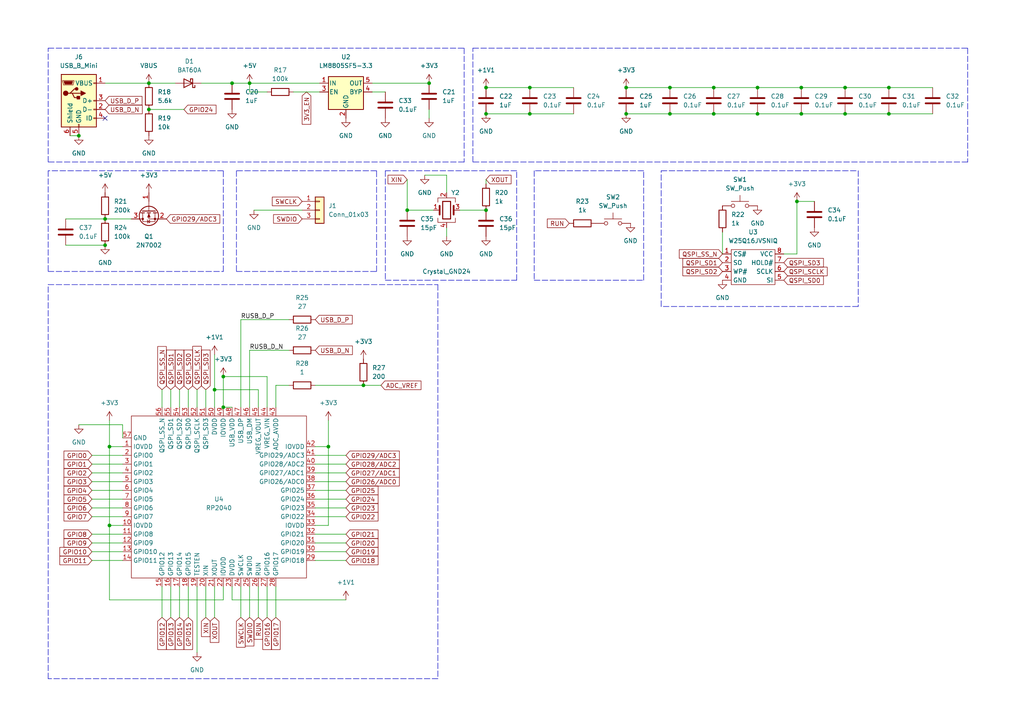
<source format=kicad_sch>
(kicad_sch (version 20211123) (generator eeschema)
  (paper "A4")
  (lib_symbols
    (symbol "01-rickbassham:GD25Q16ETIGR"
      (property "Reference" "U" (at 0 0 0))
      (property "Value" "GD25Q16ETIGR" (at 0 0 0))
      (symbol "GD25Q16ETIGR_0_1"
        (rectangle (start -6.35 -5.08) (end 6.35 -15.24))
      )
      (symbol "GD25Q16ETIGR_1_1"
        (pin output line (at -8.89 -6.35 0) (length 2.54) (name "CS#") (number "1"))
        (pin output line (at -8.89 -8.89 0) (length 2.54) (name "SO") (number "2"))
        (pin output line (at -8.89 -11.43 0) (length 2.54) (name "WP#") (number "3"))
        (pin output line (at -8.89 -13.97 0) (length 2.54) (name "GND") (number "4"))
        (pin output line (at 8.89 -13.97 180) (length 2.54) (name "SI") (number "5"))
        (pin output line (at 8.89 -11.43 180) (length 2.54) (name "SCLK") (number "6"))
        (pin output line (at 8.89 -8.89 180) (length 2.54) (name "HOLD#") (number "7"))
        (pin output line (at 8.89 -6.35 180) (length 2.54) (name "VCC") (number "8"))
      )
    )
    (symbol "01-rickbassham:LM8805SF5-3.3" (pin_names (offset 0.254))
      (property "Reference" "U?" (at 0 10.16 0))
      (property "Value" "LM8805SF5-3.3" (at 0 7.62 0))
      (symbol "LM8805SF5-3.3_0_1"
        (rectangle (start -5.08 4.445) (end 5.08 -5.08) (stroke (width 0.254)) (fill (type background)))
      )
      (symbol "LM8805SF5-3.3_1_1"
        (pin power_in line (at -7.62 2.54 0) (length 2.54) (name "IN") (number "1"))
        (pin power_in line (at 0 -7.62 90) (length 2.54) (name "GND") (number "2"))
        (pin input line (at -7.62 0 0) (length 2.54) (name "EN") (number "3"))
        (pin output line (at 7.62 0 180) (length 2.54) (name "BYP") (number "4"))
        (pin power_out line (at 7.62 2.54 180) (length 2.54) (name "OUT") (number "5"))
      )
    )
    (symbol "01-rickbassham:RP2040"
      (property "Reference" "U" (at 0 1.27 0))
      (property "Value" "RP2040" (at 0 -1.27 0))
      (symbol "RP2040_0_1"
        (rectangle (start -25.4 25.4) (end 25.4 -21.59))
      )
      (symbol "RP2040_1_1"
        (pin output line (at -27.94 16.51 0) (length 2.54) (name "IOVDD") (number "1"))
        (pin output line (at -27.94 -6.35 0) (length 2.54) (name "IOVDD") (number "10"))
        (pin output line (at -27.94 -8.89 0) (length 2.54) (name "GPIO8") (number "11"))
        (pin output line (at -27.94 -11.43 0) (length 2.54) (name "GPIO9") (number "12"))
        (pin output line (at -27.94 -13.97 0) (length 2.54) (name "GPIO10") (number "13"))
        (pin output line (at -27.94 -16.51 0) (length 2.54) (name "GPIO11") (number "14"))
        (pin output line (at -16.51 -24.13 90) (length 2.54) (name "GPIO12") (number "15"))
        (pin output line (at -13.97 -24.13 90) (length 2.54) (name "GPIO13") (number "16"))
        (pin output line (at -11.43 -24.13 90) (length 2.54) (name "GPIO14") (number "17"))
        (pin output line (at -8.89 -24.13 90) (length 2.54) (name "GPIO15") (number "18"))
        (pin output line (at -6.35 -24.13 90) (length 2.54) (name "TESTEN") (number "19"))
        (pin output line (at -27.94 13.97 0) (length 2.54) (name "GPIO0") (number "2"))
        (pin output line (at -3.81 -24.13 90) (length 2.54) (name "XIN") (number "20"))
        (pin output line (at -1.27 -24.13 90) (length 2.54) (name "XOUT") (number "21"))
        (pin output line (at 1.27 -24.13 90) (length 2.54) (name "IOVDD") (number "22"))
        (pin output line (at 3.81 -24.13 90) (length 2.54) (name "DVDD") (number "23"))
        (pin output line (at 6.35 -24.13 90) (length 2.54) (name "SWCLK") (number "24"))
        (pin output line (at 8.89 -24.13 90) (length 2.54) (name "SWDIO") (number "25"))
        (pin output line (at 11.43 -24.13 90) (length 2.54) (name "RUN") (number "26"))
        (pin output line (at 13.97 -24.13 90) (length 2.54) (name "GPIO16") (number "27"))
        (pin output line (at 16.51 -24.13 90) (length 2.54) (name "GPIO17") (number "28"))
        (pin output line (at 27.94 -16.51 180) (length 2.54) (name "GPIO18") (number "29"))
        (pin output line (at -27.94 11.43 0) (length 2.54) (name "GPIO1") (number "3"))
        (pin output line (at 27.94 -13.97 180) (length 2.54) (name "GPIO19") (number "30"))
        (pin output line (at 27.94 -11.43 180) (length 2.54) (name "GPIO20") (number "31"))
        (pin output line (at 27.94 -8.89 180) (length 2.54) (name "GPIO21") (number "32"))
        (pin output line (at 27.94 -6.35 180) (length 2.54) (name "IOVDD") (number "33"))
        (pin output line (at 27.94 -3.81 180) (length 2.54) (name "GPIO22") (number "34"))
        (pin output line (at 27.94 -1.27 180) (length 2.54) (name "GPIO23") (number "35"))
        (pin output line (at 27.94 1.27 180) (length 2.54) (name "GPIO24") (number "36"))
        (pin output line (at 27.94 3.81 180) (length 2.54) (name "GPIO25") (number "37"))
        (pin output line (at 27.94 6.35 180) (length 2.54) (name "GPIO26/ADC0") (number "38"))
        (pin output line (at 27.94 8.89 180) (length 2.54) (name "GPIO27/ADC1") (number "39"))
        (pin output line (at -27.94 8.89 0) (length 2.54) (name "GPIO2") (number "4"))
        (pin output line (at 27.94 11.43 180) (length 2.54) (name "GPIO28/ADC2") (number "40"))
        (pin output line (at 27.94 13.97 180) (length 2.54) (name "GPIO29/ADC3") (number "41"))
        (pin output line (at 27.94 16.51 180) (length 2.54) (name "IOVDD") (number "42"))
        (pin output line (at 16.51 27.94 270) (length 2.54) (name "ADC_AVDD") (number "43"))
        (pin output line (at 13.97 27.94 270) (length 2.54) (name "VREG_VIN") (number "44"))
        (pin output line (at 11.43 27.94 270) (length 2.54) (name "VREG_VOUT") (number "45"))
        (pin output line (at 8.89 27.94 270) (length 2.54) (name "USB_DM") (number "46"))
        (pin output line (at 6.35 27.94 270) (length 2.54) (name "USB_DP") (number "47"))
        (pin output line (at 3.81 27.94 270) (length 2.54) (name "USB_VDD") (number "48"))
        (pin output line (at 1.27 27.94 270) (length 2.54) (name "IOVDD") (number "49"))
        (pin output line (at -27.94 6.35 0) (length 2.54) (name "GPIO3") (number "5"))
        (pin output line (at -1.27 27.94 270) (length 2.54) (name "DVDD") (number "50"))
        (pin output line (at -3.81 27.94 270) (length 2.54) (name "QSPI_SD3") (number "51"))
        (pin output line (at -6.35 27.94 270) (length 2.54) (name "QSPI_SCLK") (number "52"))
        (pin output line (at -8.89 27.94 270) (length 2.54) (name "QSPI_SD0") (number "53"))
        (pin output line (at -11.43 27.94 270) (length 2.54) (name "QSPI_SD2") (number "54"))
        (pin output line (at -13.97 27.94 270) (length 2.54) (name "QSPI_SD1") (number "55"))
        (pin output line (at -16.51 27.94 270) (length 2.54) (name "QSPI_SS_N") (number "56"))
        (pin output line (at -27.94 19.05 0) (length 2.54) (name "GND") (number "57"))
        (pin output line (at -27.94 3.81 0) (length 2.54) (name "GPIO4") (number "6"))
        (pin output line (at -27.94 1.27 0) (length 2.54) (name "GPIO5") (number "7"))
        (pin output line (at -27.94 -1.27 0) (length 2.54) (name "GPIO6") (number "8"))
        (pin output line (at -27.94 -3.81 0) (length 2.54) (name "GPIO7") (number "9"))
      )
    )
    (symbol "Connector:USB_B_Mini" (pin_names (offset 1.016))
      (property "Reference" "J" (at -5.08 11.43 0))
      (property "Value" "USB_B_Mini" (at -5.08 8.89 0))
      (symbol "USB_B_Mini_0_1"
        (rectangle (start -5.08 -7.62) (end 5.08 7.62) (stroke (width 0.254)) (fill (type background)))
        (circle (center -3.81 2.159) (radius 0.635) (stroke (width 0.254)) (fill (type outline)))
        (circle (center -0.635 3.429) (radius 0.381) (stroke (width 0.254)) (fill (type outline)))
        (rectangle (start -0.127 -7.62) (end 0.127 -6.858))
        (polyline (pts (xy -1.905 2.159) (xy 0.635 2.159)) (stroke (width 0.254)))
        (polyline (pts (xy -3.175 2.159) (xy -2.54 2.159) (xy -1.27 3.429) (xy -0.635 3.429)) (stroke (width 0.254)))
        (polyline (pts (xy -2.54 2.159) (xy -1.905 2.159) (xy -1.27 0.889) (xy 0 0.889)) (stroke (width 0.254)))
        (polyline (pts (xy 0.635 2.794) (xy 0.635 1.524) (xy 1.905 2.159) (xy 0.635 2.794)) (stroke (width 0.254)) (fill (type outline)))
        (polyline (pts (xy -4.318 5.588) (xy -1.778 5.588) (xy -2.032 4.826) (xy -4.064 4.826) (xy -4.318 5.588)) (fill (type outline)))
        (polyline (pts (xy -4.699 5.842) (xy -4.699 5.588) (xy -4.445 4.826) (xy -4.445 4.572) (xy -1.651 4.572) (xy -1.651 4.826) (xy -1.397 5.588) (xy -1.397 5.842) (xy -4.699 5.842)))
        (rectangle (start 0.254 1.27) (end -0.508 0.508) (stroke (width 0.254)) (fill (type outline)))
        (rectangle (start 5.08 -5.207) (end 4.318 -4.953))
        (rectangle (start 5.08 -2.667) (end 4.318 -2.413))
        (rectangle (start 5.08 -0.127) (end 4.318 0.127))
        (rectangle (start 5.08 4.953) (end 4.318 5.207))
      )
      (symbol "USB_B_Mini_1_1"
        (pin power_out line (at 7.62 5.08 180) (length 2.54) (name "VBUS") (number "1"))
        (pin bidirectional line (at 7.62 -2.54 180) (length 2.54) (name "D-") (number "2"))
        (pin bidirectional line (at 7.62 0 180) (length 2.54) (name "D+") (number "3"))
        (pin passive line (at 7.62 -5.08 180) (length 2.54) (name "ID") (number "4"))
        (pin power_out line (at 0 -10.16 90) (length 2.54) (name "GND") (number "5"))
        (pin passive line (at -2.54 -10.16 90) (length 2.54) (name "Shield") (number "6"))
      )
    )
    (symbol "Connector_Generic:Conn_01x03" (pin_names (offset 1.016) hide)
      (property "Reference" "J" (at 0 5.08 0))
      (property "Value" "Conn_01x03" (at 0 -5.08 0))
      (symbol "Conn_01x03_1_1"
        (rectangle (start -1.27 -2.413) (end 0 -2.667) (stroke (width 0.1524)))
        (rectangle (start -1.27 0.127) (end 0 -0.127) (stroke (width 0.1524)))
        (rectangle (start -1.27 2.667) (end 0 2.413) (stroke (width 0.1524)))
        (rectangle (start -1.27 3.81) (end 1.27 -3.81) (stroke (width 0.254)) (fill (type background)))
        (pin passive line (at -5.08 2.54 0) (length 3.81) (name "Pin_1") (number "1"))
        (pin passive line (at -5.08 0 0) (length 3.81) (name "Pin_2") (number "2"))
        (pin passive line (at -5.08 -2.54 0) (length 3.81) (name "Pin_3") (number "3"))
      )
    )
    (symbol "Device:C" (pin_numbers hide) (pin_names (offset 0.254))
      (property "Reference" "C" (at 0.635 2.54 0))
      (property "Value" "C" (at 0.635 -2.54 0))
      (symbol "C_0_1"
        (polyline (pts (xy -2.032 -0.762) (xy 2.032 -0.762)) (stroke (width 0.508)))
        (polyline (pts (xy -2.032 0.762) (xy 2.032 0.762)) (stroke (width 0.508)))
      )
      (symbol "C_1_1"
        (pin passive line (at 0 3.81 270) (length 2.794) (name "~") (number "1"))
        (pin passive line (at 0 -3.81 90) (length 2.794) (name "~") (number "2"))
      )
    )
    (symbol "Device:Crystal_GND24" (pin_names (offset 1.016) hide)
      (property "Reference" "Y" (at 3.175 5.08 0))
      (property "Value" "Crystal_GND24" (at 3.175 3.175 0))
      (symbol "Crystal_GND24_0_1"
        (rectangle (start -1.143 2.54) (end 1.143 -2.54) (stroke (width 0.3048)))
        (polyline (pts (xy -2.54 0) (xy -2.032 0)))
        (polyline (pts (xy -2.032 -1.27) (xy -2.032 1.27)) (stroke (width 0.508)))
        (polyline (pts (xy 0 -3.81) (xy 0 -3.556)))
        (polyline (pts (xy 0 3.556) (xy 0 3.81)))
        (polyline (pts (xy 2.032 -1.27) (xy 2.032 1.27)) (stroke (width 0.508)))
        (polyline (pts (xy 2.032 0) (xy 2.54 0)))
        (polyline (pts (xy -2.54 -2.286) (xy -2.54 -3.556) (xy 2.54 -3.556) (xy 2.54 -2.286)))
        (polyline (pts (xy -2.54 2.286) (xy -2.54 3.556) (xy 2.54 3.556) (xy 2.54 2.286)))
      )
      (symbol "Crystal_GND24_1_1"
        (pin passive line (at -3.81 0 0) (length 1.27) (name "1") (number "1"))
        (pin passive line (at 0 5.08 270) (length 1.27) (name "2") (number "2"))
        (pin passive line (at 3.81 0 180) (length 1.27) (name "3") (number "3"))
        (pin passive line (at 0 -5.08 90) (length 1.27) (name "4") (number "4"))
      )
    )
    (symbol "Device:D_Schottky" (pin_numbers hide) (pin_names (offset 1.016) hide)
      (property "Reference" "D" (at 0 2.54 0))
      (property "Value" "D_Schottky" (at 0 -2.54 0))
      (symbol "D_Schottky_0_1"
        (polyline (pts (xy 1.27 0) (xy -1.27 0)))
        (polyline (pts (xy 1.27 1.27) (xy 1.27 -1.27) (xy -1.27 0) (xy 1.27 1.27)) (stroke (width 0.254)))
        (polyline (pts (xy -1.905 0.635) (xy -1.905 1.27) (xy -1.27 1.27) (xy -1.27 -1.27) (xy -0.635 -1.27) (xy -0.635 -0.635)) (stroke (width 0.254)))
      )
      (symbol "D_Schottky_1_1"
        (pin passive line (at -3.81 0 0) (length 2.54) (name "K") (number "1"))
        (pin passive line (at 3.81 0 180) (length 2.54) (name "A") (number "2"))
      )
    )
    (symbol "Device:R" (pin_numbers hide) (pin_names (offset 0))
      (property "Reference" "R" (at 2.032 0 90))
      (property "Value" "R" (at 0 0 90))
      (symbol "R_0_1"
        (rectangle (start -1.016 -2.54) (end 1.016 2.54) (stroke (width 0.254)))
      )
      (symbol "R_1_1"
        (pin passive line (at 0 3.81 270) (length 1.27) (name "~") (number "1"))
        (pin passive line (at 0 -3.81 90) (length 1.27) (name "~") (number "2"))
      )
    )
    (symbol "Switch:SW_Push" (pin_numbers hide) (pin_names (offset 1.016) hide)
      (property "Reference" "SW" (at 1.27 2.54 0))
      (property "Value" "SW_Push" (at 0 -1.524 0))
      (symbol "SW_Push_0_1"
        (circle (center -2.032 0) (radius 0.508))
        (polyline (pts (xy 0 1.27) (xy 0 3.048)))
        (polyline (pts (xy 2.54 1.27) (xy -2.54 1.27)))
        (circle (center 2.032 0) (radius 0.508))
        (pin passive line (at -5.08 0 0) (length 2.54) (name "1") (number "1"))
        (pin passive line (at 5.08 0 180) (length 2.54) (name "2") (number "2"))
      )
    )
    (symbol "Transistor_FET:2N7002" (pin_names hide)
      (property "Reference" "Q" (at 5.08 1.905 0))
      (property "Value" "2N7002" (at 5.08 0 0))
      (symbol "2N7002_0_1"
        (polyline (pts (xy 0.254 0) (xy -2.54 0)))
        (polyline (pts (xy 0.254 1.905) (xy 0.254 -1.905)) (stroke (width 0.254)))
        (polyline (pts (xy 0.762 -1.27) (xy 0.762 -2.286)) (stroke (width 0.254)))
        (polyline (pts (xy 0.762 0.508) (xy 0.762 -0.508)) (stroke (width 0.254)))
        (polyline (pts (xy 0.762 2.286) (xy 0.762 1.27)) (stroke (width 0.254)))
        (polyline (pts (xy 2.54 2.54) (xy 2.54 1.778)))
        (polyline (pts (xy 2.54 -2.54) (xy 2.54 0) (xy 0.762 0)))
        (polyline (pts (xy 0.762 -1.778) (xy 3.302 -1.778) (xy 3.302 1.778) (xy 0.762 1.778)))
        (polyline (pts (xy 1.016 0) (xy 2.032 0.381) (xy 2.032 -0.381) (xy 1.016 0)) (fill (type outline)))
        (polyline (pts (xy 2.794 0.508) (xy 2.921 0.381) (xy 3.683 0.381) (xy 3.81 0.254)))
        (polyline (pts (xy 3.302 0.381) (xy 2.921 -0.254) (xy 3.683 -0.254) (xy 3.302 0.381)))
        (circle (center 1.651 0) (radius 2.794) (stroke (width 0.254)))
        (circle (center 2.54 -1.778) (radius 0.254) (fill (type outline)))
        (circle (center 2.54 1.778) (radius 0.254) (fill (type outline)))
      )
      (symbol "2N7002_1_1"
        (pin input line (at -5.08 0 0) (length 2.54) (name "G") (number "1"))
        (pin passive line (at 2.54 -5.08 90) (length 2.54) (name "S") (number "2"))
        (pin passive line (at 2.54 5.08 270) (length 2.54) (name "D") (number "3"))
      )
    )
    (symbol "power:+1V1" (power) (pin_names (offset 0))
      (property "Value" "+1V1" (at 0 3.556 0))
      (symbol "+1V1_0_1"
        (polyline (pts (xy -0.762 1.27) (xy 0 2.54)))
        (polyline (pts (xy 0 0) (xy 0 2.54)))
        (polyline (pts (xy 0 2.54) (xy 0.762 1.27)))
      )
      (symbol "+1V1_1_1"
        (pin power_in line (at 0 0 90) (length 0) hide (name "+1V1") (number "1"))
      )
    )
    (symbol "power:+3.3V" (power) (pin_names (offset 0))
      (property "Value" "+3.3V" (at 0 3.556 0))
      (symbol "+3.3V_0_1"
        (polyline (pts (xy -0.762 1.27) (xy 0 2.54)))
        (polyline (pts (xy 0 0) (xy 0 2.54)))
        (polyline (pts (xy 0 2.54) (xy 0.762 1.27)))
      )
      (symbol "+3.3V_1_1"
        (pin power_in line (at 0 0 90) (length 0) hide (name "+3V3") (number "1"))
      )
    )
    (symbol "power:+5V" (power) (pin_names (offset 0))
      (property "Value" "+5V" (at 0 3.556 0))
      (symbol "+5V_0_1"
        (polyline (pts (xy -0.762 1.27) (xy 0 2.54)))
        (polyline (pts (xy 0 0) (xy 0 2.54)))
        (polyline (pts (xy 0 2.54) (xy 0.762 1.27)))
      )
      (symbol "+5V_1_1"
        (pin power_in line (at 0 0 90) (length 0) hide (name "+5V") (number "1"))
      )
    )
    (symbol "power:GND" (power) (pin_names (offset 0))
      (property "Value" "GND" (at 0 -3.81 0))
      (symbol "GND_0_1"
        (polyline (pts (xy 0 0) (xy 0 -1.27) (xy 1.27 -1.27) (xy 0 -2.54) (xy -1.27 -1.27) (xy 0 -1.27)))
      )
      (symbol "GND_1_1"
        (pin power_in line (at 0 0 270) (length 0) hide (name "GND") (number "1"))
      )
    )
    (symbol "power:VBUS" (power) (pin_names (offset 0))
      (property "Value" "VBUS" (at 0 3.81 0))
      (symbol "VBUS_0_1"
        (polyline (pts (xy -0.762 1.27) (xy 0 2.54)))
        (polyline (pts (xy 0 0) (xy 0 2.54)))
        (polyline (pts (xy 0 2.54) (xy 0.762 1.27)))
      )
      (symbol "VBUS_1_1"
        (pin power_in line (at 0 0 90) (length 0) hide (name "VBUS") (number "1"))
      )
    )
  )
  (junction (at 140.97 33.02))
  (junction (at 31.75 152.4))
  (junction (at 257.81 33.02))
  (junction (at 194.31 33.02))
  (junction (at 232.41 33.02))
  (junction (at 22.86 39.37))
  (junction (at 140.97 25.4))
  (junction (at 64.77 118.11))
  (junction (at 153.67 33.02))
  (junction (at 181.61 25.4))
  (junction (at 43.18 24.13))
  (junction (at 232.41 25.4))
  (junction (at 43.18 31.75))
  (junction (at 140.97 60.96))
  (junction (at 30.48 71.12))
  (junction (at 67.31 24.13))
  (junction (at 72.39 24.13))
  (junction (at 153.67 25.4))
  (junction (at 245.11 33.02))
  (junction (at 105.41 111.76))
  (junction (at 62.23 113.03))
  (junction (at 95.25 129.54))
  (junction (at 181.61 33.02))
  (junction (at 30.48 63.5))
  (junction (at 31.75 129.54))
  (junction (at 194.31 25.4))
  (junction (at 245.11 25.4))
  (junction (at 219.71 25.4))
  (junction (at 257.81 25.4))
  (junction (at 124.46 24.13))
  (junction (at 207.01 33.02))
  (junction (at 64.77 109.22))
  (junction (at 231.14 58.42))
  (junction (at 219.71 33.02))
  (junction (at 207.01 25.4))
  (junction (at 118.11 60.96))
  (no_connect (at 30.48 34.29))
  (wire (pts (xy 49.53 113.03) (xy 49.53 118.11)))
  (wire (pts (xy 53.34 31.75) (xy 43.18 31.75)))
  (wire (pts (xy 77.47 118.11) (xy 77.47 109.22)))
  (wire (pts (xy 133.35 60.96) (xy 140.97 60.96)))
  (wire (pts (xy 219.71 25.4) (xy 232.41 25.4)))
  (wire (pts (xy 67.31 24.13) (xy 72.39 24.13)))
  (wire (pts (xy 62.23 113.03) (xy 62.23 118.11)))
  (wire (pts (xy 26.67 139.7) (xy 35.56 139.7)))
  (wire (pts (xy 59.69 113.03) (xy 59.69 118.11)))
  (polyline (pts (xy 134.62 13.97) (xy 134.62 46.99)))
  (wire (pts (xy 64.77 118.11) (xy 67.31 118.11)))
  (wire (pts (xy 153.67 25.4) (xy 166.37 25.4)))
  (wire (pts (xy 72.39 101.6) (xy 83.82 101.6)))
  (wire (pts (xy 91.44 132.08) (xy 100.33 132.08)))
  (wire (pts (xy 26.67 144.78) (xy 35.56 144.78)))
  (wire (pts (xy 54.61 113.03) (xy 54.61 118.11)))
  (wire (pts (xy 124.46 34.29) (xy 124.46 31.75)))
  (wire (pts (xy 26.67 147.32) (xy 35.56 147.32)))
  (wire (pts (xy 26.67 157.48) (xy 35.56 157.48)))
  (polyline (pts (xy 191.77 49.53) (xy 248.92 49.53)))
  (wire (pts (xy 64.77 109.22) (xy 64.77 118.11)))
  (polyline (pts (xy 13.97 78.74) (xy 64.77 78.74)))
  (wire (pts (xy 31.75 129.54) (xy 35.56 129.54)))
  (wire (pts (xy 26.67 137.16) (xy 35.56 137.16)))
  (polyline (pts (xy 280.67 13.97) (xy 280.67 46.99)))
  (wire (pts (xy 153.67 33.02) (xy 166.37 33.02)))
  (polyline (pts (xy 186.69 81.28) (xy 186.69 49.53)))
  (wire (pts (xy 80.01 170.18) (xy 80.01 179.07)))
  (polyline (pts (xy 13.97 82.55) (xy 127 82.55)))
  (wire (pts (xy 100.33 173.99) (xy 67.31 173.99)))
  (wire (pts (xy 91.44 160.02) (xy 100.33 160.02)))
  (wire (pts (xy 140.97 33.02) (xy 153.67 33.02)))
  (wire (pts (xy 72.39 170.18) (xy 72.39 179.07)))
  (wire (pts (xy 95.25 129.54) (xy 91.44 129.54)))
  (wire (pts (xy 19.05 63.5) (xy 30.48 63.5)))
  (wire (pts (xy 64.77 170.18) (xy 64.77 173.99)))
  (polyline (pts (xy 68.58 78.74) (xy 109.22 78.74)))
  (wire (pts (xy 95.25 121.92) (xy 95.25 129.54)))
  (polyline (pts (xy 137.16 46.99) (xy 137.16 13.97)))
  (polyline (pts (xy 13.97 196.85) (xy 13.97 82.55)))
  (wire (pts (xy 181.61 25.4) (xy 194.31 25.4)))
  (polyline (pts (xy 13.97 46.99) (xy 13.97 13.97)))
  (wire (pts (xy 105.41 111.76) (xy 110.49 111.76)))
  (wire (pts (xy 118.11 60.96) (xy 125.73 60.96)))
  (wire (pts (xy 91.44 111.76) (xy 105.41 111.76)))
  (polyline (pts (xy 109.22 78.74) (xy 109.22 49.53)))
  (wire (pts (xy 91.44 144.78) (xy 100.33 144.78)))
  (polyline (pts (xy 13.97 49.53) (xy 13.97 78.74)))
  (wire (pts (xy 26.67 162.56) (xy 35.56 162.56)))
  (wire (pts (xy 49.53 170.18) (xy 49.53 179.07)))
  (wire (pts (xy 52.07 113.03) (xy 52.07 118.11)))
  (wire (pts (xy 232.41 33.02) (xy 245.11 33.02)))
  (wire (pts (xy 91.44 139.7) (xy 100.33 139.7)))
  (wire (pts (xy 52.07 170.18) (xy 52.07 179.07)))
  (polyline (pts (xy 127 82.55) (xy 127 196.85)))
  (wire (pts (xy 19.05 71.12) (xy 30.48 71.12)))
  (wire (pts (xy 194.31 25.4) (xy 207.01 25.4)))
  (wire (pts (xy 129.54 50.8) (xy 129.54 55.88)))
  (polyline (pts (xy 64.77 78.74) (xy 64.77 49.53)))
  (wire (pts (xy 95.25 152.4) (xy 95.25 129.54)))
  (wire (pts (xy 245.11 33.02) (xy 257.81 33.02)))
  (wire (pts (xy 31.75 173.99) (xy 31.75 152.4)))
  (wire (pts (xy 118.11 52.07) (xy 118.11 60.96)))
  (wire (pts (xy 77.47 26.67) (xy 72.39 26.67)))
  (wire (pts (xy 46.99 113.03) (xy 46.99 118.11)))
  (wire (pts (xy 57.15 113.03) (xy 57.15 118.11)))
  (wire (pts (xy 31.75 121.92) (xy 31.75 129.54)))
  (wire (pts (xy 219.71 33.02) (xy 232.41 33.02)))
  (wire (pts (xy 69.85 118.11) (xy 69.85 92.71)))
  (wire (pts (xy 231.14 58.42) (xy 236.22 58.42)))
  (wire (pts (xy 107.95 26.67) (xy 111.76 26.67)))
  (wire (pts (xy 20.32 39.37) (xy 22.86 39.37)))
  (wire (pts (xy 72.39 26.67) (xy 72.39 24.13)))
  (polyline (pts (xy 191.77 88.9) (xy 191.77 49.53)))
  (wire (pts (xy 257.81 25.4) (xy 270.51 25.4)))
  (wire (pts (xy 209.55 67.31) (xy 209.55 73.66)))
  (wire (pts (xy 57.15 170.18) (xy 57.15 189.23)))
  (wire (pts (xy 74.93 113.03) (xy 62.23 113.03)))
  (wire (pts (xy 231.14 73.66) (xy 231.14 58.42)))
  (polyline (pts (xy 154.94 49.53) (xy 154.94 81.28)))
  (wire (pts (xy 140.97 52.07) (xy 140.97 53.34)))
  (polyline (pts (xy 111.76 49.53) (xy 111.76 81.28)))
  (wire (pts (xy 69.85 92.71) (xy 83.82 92.71)))
  (wire (pts (xy 26.67 160.02) (xy 35.56 160.02)))
  (wire (pts (xy 35.56 152.4) (xy 31.75 152.4)))
  (wire (pts (xy 80.01 111.76) (xy 83.82 111.76)))
  (polyline (pts (xy 64.77 49.53) (xy 13.97 49.53)))
  (wire (pts (xy 227.33 73.66) (xy 231.14 73.66)))
  (wire (pts (xy 30.48 24.13) (xy 43.18 24.13)))
  (wire (pts (xy 73.66 60.96) (xy 87.63 60.96)))
  (polyline (pts (xy 137.16 13.97) (xy 280.67 13.97)))
  (polyline (pts (xy 149.86 49.53) (xy 111.76 49.53)))
  (wire (pts (xy 72.39 118.11) (xy 72.39 101.6)))
  (wire (pts (xy 91.44 157.48) (xy 100.33 157.48)))
  (wire (pts (xy 232.41 25.4) (xy 245.11 25.4)))
  (wire (pts (xy 91.44 142.24) (xy 100.33 142.24)))
  (wire (pts (xy 107.95 24.13) (xy 124.46 24.13)))
  (wire (pts (xy 22.86 123.19) (xy 35.56 123.19)))
  (wire (pts (xy 26.67 149.86) (xy 35.56 149.86)))
  (wire (pts (xy 62.23 170.18) (xy 62.23 179.07)))
  (wire (pts (xy 35.56 123.19) (xy 35.56 127)))
  (wire (pts (xy 26.67 134.62) (xy 35.56 134.62)))
  (wire (pts (xy 77.47 170.18) (xy 77.47 179.07)))
  (polyline (pts (xy 154.94 81.28) (xy 186.69 81.28)))
  (wire (pts (xy 91.44 149.86) (xy 100.33 149.86)))
  (wire (pts (xy 181.61 33.02) (xy 194.31 33.02)))
  (wire (pts (xy 69.85 170.18) (xy 69.85 179.07)))
  (wire (pts (xy 74.93 170.18) (xy 74.93 179.07)))
  (wire (pts (xy 123.19 50.8) (xy 129.54 50.8)))
  (wire (pts (xy 80.01 118.11) (xy 80.01 111.76)))
  (wire (pts (xy 207.01 33.02) (xy 219.71 33.02)))
  (wire (pts (xy 91.44 137.16) (xy 100.33 137.16)))
  (wire (pts (xy 72.39 24.13) (xy 92.71 24.13)))
  (wire (pts (xy 62.23 102.87) (xy 62.23 113.03)))
  (wire (pts (xy 46.99 170.18) (xy 46.99 179.07)))
  (polyline (pts (xy 280.67 46.99) (xy 137.16 46.99)))
  (wire (pts (xy 59.69 170.18) (xy 59.69 179.07)))
  (wire (pts (xy 129.54 68.58) (xy 129.54 66.04)))
  (wire (pts (xy 91.44 152.4) (xy 95.25 152.4)))
  (wire (pts (xy 50.8 24.13) (xy 43.18 24.13)))
  (wire (pts (xy 26.67 142.24) (xy 35.56 142.24)))
  (polyline (pts (xy 109.22 49.53) (xy 68.58 49.53)))
  (wire (pts (xy 91.44 134.62) (xy 100.33 134.62)))
  (polyline (pts (xy 186.69 49.53) (xy 154.94 49.53)))
  (wire (pts (xy 26.67 154.94) (xy 35.56 154.94)))
  (polyline (pts (xy 68.58 49.53) (xy 68.58 78.74)))
  (wire (pts (xy 85.09 26.67) (xy 92.71 26.67)))
  (wire (pts (xy 245.11 25.4) (xy 257.81 25.4)))
  (wire (pts (xy 91.44 147.32) (xy 100.33 147.32)))
  (wire (pts (xy 31.75 129.54) (xy 31.75 152.4)))
  (wire (pts (xy 67.31 173.99) (xy 67.31 170.18)))
  (wire (pts (xy 64.77 173.99) (xy 31.75 173.99)))
  (polyline (pts (xy 127 196.85) (xy 13.97 196.85)))
  (polyline (pts (xy 111.76 81.28) (xy 149.86 81.28)))
  (wire (pts (xy 26.67 132.08) (xy 35.56 132.08)))
  (polyline (pts (xy 13.97 13.97) (xy 134.62 13.97)))
  (wire (pts (xy 91.44 154.94) (xy 100.33 154.94)))
  (wire (pts (xy 257.81 33.02) (xy 270.51 33.02)))
  (wire (pts (xy 54.61 170.18) (xy 54.61 179.07)))
  (polyline (pts (xy 134.62 46.99) (xy 13.97 46.99)))
  (polyline (pts (xy 248.92 88.9) (xy 191.77 88.9)))
  (wire (pts (xy 77.47 109.22) (xy 64.77 109.22)))
  (wire (pts (xy 207.01 25.4) (xy 219.71 25.4)))
  (wire (pts (xy 30.48 63.5) (xy 38.1 63.5)))
  (polyline (pts (xy 248.92 49.53) (xy 248.92 88.9)))
  (wire (pts (xy 194.31 33.02) (xy 207.01 33.02)))
  (polyline (pts (xy 149.86 81.28) (xy 149.86 49.53)))
  (wire (pts (xy 140.97 25.4) (xy 153.67 25.4)))
  (wire (pts (xy 74.93 118.11) (xy 74.93 113.03)))
  (wire (pts (xy 58.42 24.13) (xy 67.31 24.13)))
  (wire (pts (xy 91.44 162.56) (xy 100.33 162.56)))
  (label "RUSB_D_P" (at 69.85 92.71 0))
  (label "RUSB_D_N" (at 72.39 101.6 0))
  (global_label "GPIO20" (shape input) (at 100.33 157.48 0) (property "Intersheet References" "${INTERSHEET_REFS}" (effects hide)))
  (global_label "GPIO27{slash}ADC1" (shape input) (at 100.33 137.16 0) (property "Intersheet References" "${INTERSHEET_REFS}" (effects hide)))
  (global_label "GPIO21" (shape input) (at 100.33 154.94 0) (property "Intersheet References" "${INTERSHEET_REFS}" (effects hide)))
  (global_label "RUN" (shape input) (at 74.93 179.07 270) (property "Intersheet References" "${INTERSHEET_REFS}" (effects hide)))
  (global_label "GPIO25" (shape input) (at 100.33 142.24 0) (property "Intersheet References" "${INTERSHEET_REFS}" (effects hide)))
  (global_label "QSPI_SS_N" (shape input) (at 46.99 113.03 90) (property "Intersheet References" "${INTERSHEET_REFS}" (effects hide)))
  (global_label "QSPI_SD2" (shape input) (at 52.07 113.03 90) (property "Intersheet References" "${INTERSHEET_REFS}" (effects hide)))
  (global_label "GPIO8" (shape input) (at 26.67 154.94 180) (property "Intersheet References" "${INTERSHEET_REFS}" (effects hide)))
  (global_label "USB_D_N" (shape input) (at 91.44 101.6 0) (property "Intersheet References" "${INTERSHEET_REFS}" (effects hide)))
  (global_label "GPIO3" (shape input) (at 26.67 139.7 180) (property "Intersheet References" "${INTERSHEET_REFS}" (effects hide)))
  (global_label "GPIO2" (shape input) (at 26.67 137.16 180) (property "Intersheet References" "${INTERSHEET_REFS}" (effects hide)))
  (global_label "GPIO16" (shape input) (at 77.47 179.07 270) (property "Intersheet References" "${INTERSHEET_REFS}" (effects hide)))
  (global_label "ADC_VREF" (shape input) (at 110.49 111.76 0) (property "Intersheet References" "${INTERSHEET_REFS}" (effects hide)))
  (global_label "XOUT" (shape input) (at 62.23 179.07 270) (property "Intersheet References" "${INTERSHEET_REFS}" (effects hide)))
  (global_label "GPIO14" (shape input) (at 52.07 179.07 270) (property "Intersheet References" "${INTERSHEET_REFS}" (effects hide)))
  (global_label "GPIO15" (shape input) (at 54.61 179.07 270) (property "Intersheet References" "${INTERSHEET_REFS}" (effects hide)))
  (global_label "GPIO4" (shape input) (at 26.67 142.24 180) (property "Intersheet References" "${INTERSHEET_REFS}" (effects hide)))
  (global_label "USB_D_P" (shape input) (at 91.44 92.71 0) (property "Intersheet References" "${INTERSHEET_REFS}" (effects hide)))
  (global_label "GPIO28{slash}ADC2" (shape input) (at 100.33 134.62 0) (property "Intersheet References" "${INTERSHEET_REFS}" (effects hide)))
  (global_label "QSPI_SS_N" (shape input) (at 209.55 73.66 180) (property "Intersheet References" "${INTERSHEET_REFS}" (effects hide)))
  (global_label "GPIO13" (shape input) (at 49.53 179.07 270) (property "Intersheet References" "${INTERSHEET_REFS}" (effects hide)))
  (global_label "QSPI_SD3" (shape input) (at 59.69 113.03 90) (property "Intersheet References" "${INTERSHEET_REFS}" (effects hide)))
  (global_label "GPIO19" (shape input) (at 100.33 160.02 0) (property "Intersheet References" "${INTERSHEET_REFS}" (effects hide)))
  (global_label "SWCLK" (shape input) (at 87.63 58.42 180) (property "Intersheet References" "${INTERSHEET_REFS}" (effects hide)))
  (global_label "SWCLK" (shape input) (at 69.85 179.07 270) (property "Intersheet References" "${INTERSHEET_REFS}" (effects hide)))
  (global_label "USB_D_N" (shape input) (at 30.48 31.75 0) (property "Intersheet References" "${INTERSHEET_REFS}" (effects hide)))
  (global_label "GPIO22" (shape input) (at 100.33 149.86 0) (property "Intersheet References" "${INTERSHEET_REFS}" (effects hide)))
  (global_label "GPIO18" (shape input) (at 100.33 162.56 0) (property "Intersheet References" "${INTERSHEET_REFS}" (effects hide)))
  (global_label "QSPI_SD2" (shape input) (at 209.55 78.74 180) (property "Intersheet References" "${INTERSHEET_REFS}" (effects hide)))
  (global_label "XIN" (shape input) (at 118.11 52.07 180) (property "Intersheet References" "${INTERSHEET_REFS}" (effects hide)))
  (global_label "QSPI_SD1" (shape input) (at 209.55 76.2 180) (property "Intersheet References" "${INTERSHEET_REFS}" (effects hide)))
  (global_label "RUN" (shape input) (at 165.1 64.77 180) (property "Intersheet References" "${INTERSHEET_REFS}" (effects hide)))
  (global_label "GPIO24" (shape input) (at 100.33 144.78 0) (property "Intersheet References" "${INTERSHEET_REFS}" (effects hide)))
  (global_label "GPIO17" (shape input) (at 80.01 179.07 270) (property "Intersheet References" "${INTERSHEET_REFS}" (effects hide)))
  (global_label "USB_D_P" (shape input) (at 30.48 29.21 0) (property "Intersheet References" "${INTERSHEET_REFS}" (effects hide)))
  (global_label "GPIO24" (shape input) (at 53.34 31.75 0) (property "Intersheet References" "${INTERSHEET_REFS}" (effects hide)))
  (global_label "QSPI_SD0" (shape input) (at 54.61 113.03 90) (property "Intersheet References" "${INTERSHEET_REFS}" (effects hide)))
  (global_label "QSPI_SD1" (shape input) (at 49.53 113.03 90) (property "Intersheet References" "${INTERSHEET_REFS}" (effects hide)))
  (global_label "GPIO10" (shape input) (at 26.67 160.02 180) (property "Intersheet References" "${INTERSHEET_REFS}" (effects hide)))
  (global_label "QSPI_SCLK" (shape input) (at 227.33 78.74 0) (property "Intersheet References" "${INTERSHEET_REFS}" (effects hide)))
  (global_label "GPIO7" (shape input) (at 26.67 149.86 180) (property "Intersheet References" "${INTERSHEET_REFS}" (effects hide)))
  (global_label "GPIO11" (shape input) (at 26.67 162.56 180) (property "Intersheet References" "${INTERSHEET_REFS}" (effects hide)))
  (global_label "GPIO29{slash}ADC3" (shape input) (at 100.33 132.08 0) (property "Intersheet References" "${INTERSHEET_REFS}" (effects hide)))
  (global_label "GPIO23" (shape input) (at 100.33 147.32 0) (property "Intersheet References" "${INTERSHEET_REFS}" (effects hide)))
  (global_label "XOUT" (shape input) (at 140.97 52.07 0) (property "Intersheet References" "${INTERSHEET_REFS}" (effects hide)))
  (global_label "3V3_EN" (shape input) (at 88.9 26.67 270) (property "Intersheet References" "${INTERSHEET_REFS}" (effects hide)))
  (global_label "GPIO9" (shape input) (at 26.67 157.48 180) (property "Intersheet References" "${INTERSHEET_REFS}" (effects hide)))
  (global_label "QSPI_SD0" (shape input) (at 227.33 81.28 0) (property "Intersheet References" "${INTERSHEET_REFS}" (effects hide)))
  (global_label "GPIO26{slash}ADC0" (shape input) (at 100.33 139.7 0) (property "Intersheet References" "${INTERSHEET_REFS}" (effects hide)))
  (global_label "GPIO6" (shape input) (at 26.67 147.32 180) (property "Intersheet References" "${INTERSHEET_REFS}" (effects hide)))
  (global_label "GPIO12" (shape input) (at 46.99 179.07 270) (property "Intersheet References" "${INTERSHEET_REFS}" (effects hide)))
  (global_label "SWDIO" (shape input) (at 87.63 63.5 180) (property "Intersheet References" "${INTERSHEET_REFS}" (effects hide)))
  (global_label "GPIO1" (shape input) (at 26.67 134.62 180) (property "Intersheet References" "${INTERSHEET_REFS}" (effects hide)))
  (global_label "GPIO0" (shape input) (at 26.67 132.08 180) (property "Intersheet References" "${INTERSHEET_REFS}" (effects hide)))
  (global_label "XIN" (shape input) (at 59.69 179.07 270) (property "Intersheet References" "${INTERSHEET_REFS}" (effects hide)))
  (global_label "GPIO29{slash}ADC3" (shape input) (at 48.26 63.5 0) (property "Intersheet References" "${INTERSHEET_REFS}" (effects hide)))
  (global_label "SWDIO" (shape input) (at 72.39 179.07 270) (property "Intersheet References" "${INTERSHEET_REFS}" (effects hide)))
  (global_label "QSPI_SD3" (shape input) (at 227.33 76.2 0) (property "Intersheet References" "${INTERSHEET_REFS}" (effects hide)))
  (global_label "QSPI_SCLK" (shape input) (at 57.15 113.03 90) (property "Intersheet References" "${INTERSHEET_REFS}" (effects hide)))
  (global_label "GPIO5" (shape input) (at 26.67 144.78 180) (property "Intersheet References" "${INTERSHEET_REFS}" (effects hide)))
  (symbol (lib_id "power:GND") (at 236.22 66.04 0) (unit 1)
    (property "Reference" "#PWR041" (effects hide))
    (property "Value" "GND" (at 236.22 71.12 0))
  )
  (symbol (lib_id "power:GND") (at 73.66 60.96 0) (unit 1)
    (property "Reference" "#PWR039" (effects hide))
    (property "Value" "GND" (at 73.66 66.04 0))
  )
  (symbol (lib_id "power:GND") (at 219.71 59.69 0) (unit 1)
    (property "Reference" "#PWR038" (effects hide))
    (property "Value" "GND" (at 219.71 64.77 0))
  )
  (symbol (lib_id "power:GND") (at 100.33 34.29 0) (unit 1)
    (property "Reference" "#PWR029" (effects hide))
    (property "Value" "GND" (at 100.33 39.37 0))
  )
  (symbol (lib_id "power:GND") (at 140.97 68.58 0) (unit 1)
    (property "Reference" "#PWR044" (effects hide))
    (property "Value" "GND" (at 140.97 73.66 0))
  )
  (symbol (lib_id "power:GND") (at 124.46 34.29 0) (unit 1)
    (property "Reference" "#PWR031" (effects hide))
    (property "Value" "GND" (at 124.46 39.37 0))
  )
  (symbol (lib_id "power:GND") (at 22.86 39.37 0) (unit 1)
    (property "Reference" "#PWR032" (effects hide))
    (property "Value" "GND" (at 22.86 44.45 0))
  )
  (symbol (lib_id "power:+3.3V") (at 95.25 121.92 0) (unit 1)
    (property "Reference" "#PWR051" (effects hide))
    (property "Value" "+3.3V" (at 95.25 116.84 0))
  )
  (symbol (lib_id "power:+1V1") (at 140.97 25.4 0) (unit 1)
    (property "Reference" "#PWR024" (effects hide))
    (property "Value" "+1V1" (at 140.97 20.32 0))
  )
  (symbol (lib_id "Device:C") (at 153.67 29.21 0) (unit 1)
    (property "Reference" "C23" (at 157.48 27.9399 0) (effects (justify left)))
    (property "Value" "0.1uF" (at 157.48 30.4799 0) (effects (justify left)))
    (property "Footprint" "Capacitor_SMD:C_0402_1005Metric" (effects hide))
    (property "LCSC" "C1525" (effects hide))
  )
  (symbol (lib_id "power:GND") (at 209.55 81.28 0) (unit 1)
    (property "Reference" "#PWR046" (effects hide))
    (property "Value" "GND" (at 209.55 86.36 0))
  )
  (symbol (lib_id "01-rickbassham:GD25Q16ETIGR") (at 218.44 67.31 0) (unit 1)
    (property "Reference" "U3" (at 218.44 67.31 0))
    (property "Value" "W25Q16JVSNIQ" (at 218.44 69.85 0))
    (property "Footprint" "Package_SO:SOIC-8_3.9x4.9mm_P1.27mm" (effects hide))
    (property "LCSC" "C115407" (effects hide))
  )
  (symbol (lib_id "Device:R") (at 30.48 59.69 0) (unit 1)
    (property "Reference" "R21" (at 33.02 58.4199 0) (effects (justify left)))
    (property "Value" "200k" (at 33.02 60.9599 0) (effects (justify left)))
    (property "Footprint" "Resistor_SMD:R_0402_1005Metric" (effects hide))
    (property "LCSC" "C25764" (effects hide))
  )
  (symbol (lib_id "power:+3.3V") (at 31.75 121.92 0) (unit 1)
    (property "Reference" "#PWR050" (effects hide))
    (property "Value" "+3.3V" (at 31.75 116.84 0))
  )
  (symbol (lib_id "power:GND") (at 22.86 123.19 0) (unit 1)
    (property "Reference" "#PWR052" (effects hide))
    (property "Value" "GND" (at 22.86 128.27 0))
  )
  (symbol (lib_id "power:GND") (at 123.19 50.8 0) (unit 1)
    (property "Reference" "#PWR034" (effects hide))
    (property "Value" "GND" (at 123.19 55.88 0))
  )
  (symbol (lib_id "power:+3.3V") (at 105.41 104.14 0) (unit 1)
    (property "Reference" "#PWR048" (effects hide))
    (property "Value" "+3.3V" (at 105.41 99.06 0))
  )
  (symbol (lib_id "power:GND") (at 43.18 39.37 0) (unit 1)
    (property "Reference" "#PWR033" (effects hide))
    (property "Value" "GND" (at 43.18 44.45 0))
  )
  (symbol (lib_id "Device:C") (at 181.61 29.21 0) (unit 1)
    (property "Reference" "C25" (at 185.42 27.9399 0) (effects (justify left)))
    (property "Value" "1uF" (at 185.42 30.4799 0) (effects (justify left)))
    (property "Footprint" "Capacitor_SMD:C_0402_1005Metric" (effects hide))
    (property "LCSC" "C52923" (effects hide))
  )
  (symbol (lib_id "Device:R") (at 30.48 67.31 180) (unit 1)
    (property "Reference" "R24" (at 33.02 66.0399 0) (effects (justify right)))
    (property "Value" "100k" (at 33.02 68.5799 0) (effects (justify right)))
    (property "Footprint" "Resistor_SMD:R_0402_1005Metric" (effects hide))
    (property "LCSC" "C25741" (effects hide))
  )
  (symbol (lib_id "Device:R") (at 209.55 63.5 180) (unit 1)
    (property "Reference" "R22" (at 212.09 62.2299 0) (effects (justify right)))
    (property "Value" "1k" (at 212.09 64.7699 0) (effects (justify right)))
    (property "Footprint" "Resistor_SMD:R_0402_1005Metric" (effects hide))
    (property "LCSC" "C11702" (effects hide))
  )
  (symbol (lib_id "Device:C") (at 194.31 29.21 0) (unit 1)
    (property "Reference" "C26" (at 198.12 27.9399 0) (effects (justify left)))
    (property "Value" "0.1uF" (at 198.12 30.4799 0) (effects (justify left)))
    (property "Footprint" "Capacitor_SMD:C_0402_1005Metric" (effects hide))
    (property "LCSC" "C1525" (effects hide))
  )
  (symbol (lib_id "Device:C") (at 67.31 27.94 0) (unit 1)
    (property "Reference" "C20" (at 71.12 26.6699 0) (effects (justify left)))
    (property "Value" "1uF" (at 71.12 29.2099 0) (effects (justify left)))
    (property "Footprint" "Capacitor_SMD:C_0402_1005Metric" (effects hide))
    (property "LCSC" "C52923" (effects hide))
  )
  (symbol (lib_id "Device:D_Schottky") (at 54.61 24.13 180) (unit 1)
    (property "Reference" "D1" (at 54.9275 17.78 0))
    (property "Value" "BAT60A" (at 54.9275 20.32 0))
    (property "Footprint" "Diode_SMD:D_SOD-323" (effects hide))
    (property "Manufacturer PN" "BAT60AE6327HTSA1" (effects hide))
    (property "LCSC" "C520634" (effects hide))
  )
  (symbol (lib_id "power:GND") (at 182.88 64.77 0) (unit 1)
    (property "Reference" "#PWR040" (effects hide))
    (property "Value" "GND" (at 182.88 69.85 0))
  )
  (symbol (lib_id "power:GND") (at 140.97 33.02 0) (unit 1)
    (property "Reference" "#PWR027" (effects hide))
    (property "Value" "GND" (at 140.97 38.1 0))
  )
  (symbol (lib_id "power:GND") (at 111.76 34.29 0) (unit 1)
    (property "Reference" "#PWR030" (effects hide))
    (property "Value" "GND" (at 111.76 39.37 0))
  )
  (symbol (lib_id "Device:C") (at 207.01 29.21 0) (unit 1)
    (property "Reference" "C27" (at 210.82 27.9399 0) (effects (justify left)))
    (property "Value" "0.1uF" (at 210.82 30.4799 0) (effects (justify left)))
    (property "Footprint" "Capacitor_SMD:C_0402_1005Metric" (effects hide))
    (property "LCSC" "C1525" (effects hide))
  )
  (symbol (lib_id "01-rickbassham:LM8805SF5-3.3") (at 100.33 26.67 0) (unit 1)
    (property "Reference" "U2" (at 100.33 16.51 0))
    (property "Value" "LM8805SF5-3.3" (at 100.33 19.05 0))
    (property "Footprint" "Package_TO_SOT_SMD:SOT-23-5" (effects hide))
    (property "LCSC" "C126077" (effects hide))
  )
  (symbol (lib_id "Device:R") (at 105.41 107.95 180) (unit 1)
    (property "Reference" "R27" (at 107.95 106.6799 0) (effects (justify right)))
    (property "Value" "200" (at 107.95 109.2199 0) (effects (justify right)))
    (property "Footprint" "Resistor_SMD:R_0402_1005Metric" (effects hide))
    (property "LCSC" "C25087" (effects hide))
  )
  (symbol (lib_id "Device:R") (at 87.63 101.6 90) (unit 1)
    (property "Reference" "R26" (at 87.63 95.25 90))
    (property "Value" "27" (at 87.63 97.79 90))
    (property "Footprint" "Resistor_SMD:R_0603_1608Metric" (effects hide))
    (property "LCSC" "C25190" (effects hide))
  )
  (symbol (lib_id "power:+1V1") (at 100.33 173.99 0) (unit 1)
    (property "Reference" "#PWR053" (effects hide))
    (property "Value" "+1V1" (at 100.33 168.91 0))
  )
  (symbol (lib_id "power:VBUS") (at 43.18 24.13 0) (unit 1)
    (property "Reference" "#PWR021" (effects hide))
    (property "Value" "VBUS" (at 43.18 19.05 0))
  )
  (symbol (lib_id "01-rickbassham:RP2040") (at 63.5 146.05 0) (unit 1)
    (property "Reference" "U4" (at 63.5 144.78 0))
    (property "Value" "RP2040" (at 63.5 147.32 0))
    (property "Footprint" "01-rickbassham:RP2040" (effects hide))
    (property "LCSC" "C2040" (effects hide))
  )
  (symbol (lib_id "power:+5V") (at 30.48 55.88 0) (unit 1)
    (property "Reference" "#PWR035" (effects hide))
    (property "Value" "+5V" (at 30.48 50.8 0))
  )
  (symbol (lib_id "power:GND") (at 118.11 68.58 0) (unit 1)
    (property "Reference" "#PWR042" (effects hide))
    (property "Value" "GND" (at 118.11 73.66 0))
  )
  (symbol (lib_id "Device:C") (at 236.22 62.23 0) (unit 1)
    (property "Reference" "C34" (at 240.03 60.9599 0) (effects (justify left)))
    (property "Value" "0.1uF" (at 240.03 63.4999 0) (effects (justify left)))
    (property "Footprint" "Capacitor_SMD:C_0402_1005Metric" (effects hide))
    (property "LCSC" "C1525" (effects hide))
  )
  (symbol (lib_id "Device:C") (at 124.46 27.94 0) (unit 1)
    (property "Reference" "C21" (at 128.27 26.6699 0) (effects (justify left)))
    (property "Value" "1uF" (at 128.27 29.2099 0) (effects (justify left)))
    (property "Footprint" "Capacitor_SMD:C_0402_1005Metric" (effects hide))
    (property "LCSC" "C52923" (effects hide))
  )
  (symbol (lib_id "Device:C") (at 245.11 29.21 0) (unit 1)
    (property "Reference" "C30" (at 248.92 27.9399 0) (effects (justify left)))
    (property "Value" "0.1uF" (at 248.92 30.4799 0) (effects (justify left)))
    (property "Footprint" "Capacitor_SMD:C_0402_1005Metric" (effects hide))
    (property "LCSC" "C1525" (effects hide))
  )
  (symbol (lib_id "Device:R") (at 81.28 26.67 90) (unit 1)
    (property "Reference" "R17" (at 81.28 20.32 90))
    (property "Value" "100k" (at 81.28 22.86 90))
    (property "Footprint" "Resistor_SMD:R_0402_1005Metric" (effects hide))
    (property "LCSC" "C25741" (effects hide))
  )
  (symbol (lib_id "power:+5V") (at 72.39 24.13 0) (unit 1)
    (property "Reference" "#PWR022" (effects hide))
    (property "Value" "+5V" (at 72.39 19.05 0))
  )
  (symbol (lib_id "Device:C") (at 111.76 30.48 0) (unit 1)
    (property "Reference" "C33" (at 115.57 29.2099 0) (effects (justify left)))
    (property "Value" "0.1uF" (at 115.57 31.7499 0) (effects (justify left)))
    (property "Footprint" "Capacitor_SMD:C_0402_1005Metric" (effects hide))
    (property "LCSC" "C1525" (effects hide))
  )
  (symbol (lib_id "Device:R") (at 168.91 64.77 90) (unit 1)
    (property "Reference" "R23" (at 168.91 58.42 90))
    (property "Value" "1k" (at 168.91 60.96 90))
    (property "Footprint" "Resistor_SMD:R_0402_1005Metric" (effects hide))
    (property "LCSC" "C11702" (effects hide))
  )
  (symbol (lib_id "power:+3.3V") (at 124.46 24.13 0) (unit 1)
    (property "Reference" "#PWR023" (effects hide))
    (property "Value" "+3.3V" (at 124.46 19.05 0))
  )
  (symbol (lib_id "power:GND") (at 57.15 189.23 0) (unit 1)
    (property "Reference" "#PWR054" (effects hide))
    (property "Value" "GND" (at 57.15 194.31 0))
  )
  (symbol (lib_id "Device:R") (at 43.18 35.56 0) (unit 1)
    (property "Reference" "R19" (at 45.72 34.2899 0) (effects (justify left)))
    (property "Value" "10k" (at 45.72 36.8299 0) (effects (justify left)))
    (property "Footprint" "Resistor_SMD:R_0402_1005Metric" (effects hide))
    (property "LCSC" "C25744" (effects hide))
  )
  (symbol (lib_id "Device:C") (at 140.97 64.77 0) (unit 1)
    (property "Reference" "C36" (at 144.78 63.4999 0) (effects (justify left)))
    (property "Value" "15pF" (at 144.78 66.0399 0) (effects (justify left)))
    (property "Footprint" "Capacitor_SMD:C_0402_1005Metric" (effects hide))
    (property "LCSC" "C1548" (effects hide))
  )
  (symbol (lib_id "power:+3.3V") (at 43.18 55.88 0) (unit 1)
    (property "Reference" "#PWR036" (effects hide))
    (property "Value" "+3.3V" (at 43.18 50.8 0))
  )
  (symbol (lib_id "Device:C") (at 219.71 29.21 0) (unit 1)
    (property "Reference" "C28" (at 223.52 27.9399 0) (effects (justify left)))
    (property "Value" "0.1uF" (at 223.52 30.4799 0) (effects (justify left)))
    (property "Footprint" "Capacitor_SMD:C_0402_1005Metric" (effects hide))
    (property "LCSC" "C1525" (effects hide))
  )
  (symbol (lib_id "Connector_Generic:Conn_01x03") (at 92.71 60.96 0) (unit 1)
    (property "Reference" "J1" (at 95.25 59.6899 0) (effects (justify left)))
    (property "Value" "Conn_01x03" (at 95.25 62.2299 0) (effects (justify left)))
    (property "Footprint" "Connector_PinHeader_2.54mm:PinHeader_1x03_P2.54mm_Vertical" (effects hide))
  )
  (symbol (lib_id "Device:R") (at 43.18 27.94 0) (unit 1)
    (property "Reference" "R18" (at 45.72 26.6699 0) (effects (justify left)))
    (property "Value" "5.6k" (at 45.72 29.2099 0) (effects (justify left)))
    (property "Footprint" "Resistor_SMD:R_0402_1005Metric" (effects hide))
    (property "LCSC" "C25908" (effects hide))
  )
  (symbol (lib_id "power:+1V1") (at 62.23 102.87 0) (unit 1)
    (property "Reference" "#PWR047" (effects hide))
    (property "Value" "+1V1" (at 62.23 97.79 0))
  )
  (symbol (lib_id "power:GND") (at 67.31 31.75 0) (unit 1)
    (property "Reference" "#PWR026" (effects hide))
    (property "Value" "GND" (at 67.31 36.83 0))
  )
  (symbol (lib_id "Device:R") (at 140.97 57.15 0) (unit 1)
    (property "Reference" "R20" (at 143.51 55.8799 0) (effects (justify left)))
    (property "Value" "1k" (at 143.51 58.4199 0) (effects (justify left)))
    (property "Footprint" "Resistor_SMD:R_0402_1005Metric" (effects hide))
    (property "LCSC" "C11702" (effects hide))
  )
  (symbol (lib_id "power:GND") (at 129.54 68.58 0) (unit 1)
    (property "Reference" "#PWR043" (effects hide))
    (property "Value" "GND" (at 129.54 73.66 0))
  )
  (symbol (lib_id "Device:R") (at 87.63 92.71 90) (unit 1)
    (property "Reference" "R25" (at 87.63 86.36 90))
    (property "Value" "27" (at 87.63 88.9 90))
    (property "Footprint" "Resistor_SMD:R_0603_1608Metric" (effects hide))
    (property "LCSC" "C25190" (effects hide))
  )
  (symbol (lib_id "Device:C") (at 140.97 29.21 0) (unit 1)
    (property "Reference" "C22" (at 144.78 27.9399 0) (effects (justify left)))
    (property "Value" "1uF" (at 144.78 30.4799 0) (effects (justify left)))
    (property "Footprint" "Capacitor_SMD:C_0402_1005Metric" (effects hide))
    (property "LCSC" "C52923" (effects hide))
  )
  (symbol (lib_id "Transistor_FET:2N7002") (at 43.18 60.96 90) (mirror x) (unit 1)
    (property "Reference" "Q1" (at 43.18 68.58 90))
    (property "Value" "2N7002" (at 43.18 71.12 90))
    (property "Footprint" "Package_TO_SOT_SMD:SOT-23" (effects hide))
    (property "LCSC" "C8545" (effects hide))
  )
  (symbol (lib_id "Switch:SW_Push") (at 177.8 64.77 0) (unit 1)
    (property "Reference" "SW2" (at 177.8 57.15 0))
    (property "Value" "SW_Push" (at 177.8 59.69 0))
    (property "Footprint" "01-rickbassham:SW_TS-1187A-B-A-B" (effects hide))
    (property "LCSC" "C318884" (effects hide))
  )
  (symbol (lib_id "Device:C") (at 257.81 29.21 0) (unit 1)
    (property "Reference" "C31" (at 261.62 27.9399 0) (effects (justify left)))
    (property "Value" "0.1uF" (at 261.62 30.4799 0) (effects (justify left)))
    (property "Footprint" "Capacitor_SMD:C_0402_1005Metric" (effects hide))
    (property "LCSC" "C1525" (effects hide))
  )
  (symbol (lib_id "Switch:SW_Push") (at 214.63 59.69 0) (unit 1)
    (property "Reference" "SW1" (at 214.63 52.07 0))
    (property "Value" "SW_Push" (at 214.63 54.61 0))
    (property "Footprint" "01-rickbassham:SW_TS-1187A-B-A-B" (effects hide))
    (property "LCSC" "C318884" (effects hide))
  )
  (symbol (lib_id "Device:C") (at 232.41 29.21 0) (unit 1)
    (property "Reference" "C29" (at 236.22 27.9399 0) (effects (justify left)))
    (property "Value" "0.1uF" (at 236.22 30.4799 0) (effects (justify left)))
    (property "Footprint" "Capacitor_SMD:C_0402_1005Metric" (effects hide))
    (property "LCSC" "C1525" (effects hide))
  )
  (symbol (lib_id "Device:C") (at 270.51 29.21 0) (unit 1)
    (property "Reference" "C32" (at 274.32 27.9399 0) (effects (justify left)))
    (property "Value" "0.1uF" (at 274.32 30.4799 0) (effects (justify left)))
    (property "Footprint" "Capacitor_SMD:C_0402_1005Metric" (effects hide))
    (property "LCSC" "C1525" (effects hide))
  )
  (symbol (lib_id "Device:R") (at 87.63 111.76 90) (unit 1)
    (property "Reference" "R28" (at 87.63 105.41 90))
    (property "Value" "1" (at 87.63 107.95 90))
    (property "Footprint" "Resistor_SMD:R_0402_1005Metric" (effects hide))
    (property "LCSC" "C25086" (effects hide))
  )
  (symbol (lib_id "Device:Crystal_GND24") (at 129.54 60.96 0) (unit 1)
    (property "Reference" "Y2" (at 132.08 55.88 0))
    (property "Value" "Crystal_GND24" (at 129.54 78.74 0))
    (property "Footprint" "Crystal:Crystal_SMD_3225-4Pin_3.2x2.5mm" (effects hide))
    (property "LCSC" "C133334" (effects hide))
  )
  (symbol (lib_id "power:+3.3V") (at 181.61 25.4 0) (unit 1)
    (property "Reference" "#PWR025" (effects hide))
    (property "Value" "+3.3V" (at 181.61 20.32 0))
  )
  (symbol (lib_id "power:+3.3V") (at 64.77 109.22 0) (unit 1)
    (property "Reference" "#PWR049" (effects hide))
    (property "Value" "+3.3V" (at 64.77 104.14 0))
  )
  (symbol (lib_id "power:GND") (at 30.48 71.12 0) (unit 1)
    (property "Reference" "#PWR045" (effects hide))
    (property "Value" "GND" (at 30.48 76.2 0))
  )
  (symbol (lib_id "Device:C") (at 166.37 29.21 0) (unit 1)
    (property "Reference" "C24" (at 170.18 27.9399 0) (effects (justify left)))
    (property "Value" "0.1uF" (at 170.18 30.4799 0) (effects (justify left)))
    (property "Footprint" "Capacitor_SMD:C_0402_1005Metric" (effects hide))
    (property "LCSC" "C1525" (effects hide))
  )
  (symbol (lib_id "power:GND") (at 181.61 33.02 0) (unit 1)
    (property "Reference" "#PWR028" (effects hide))
    (property "Value" "GND" (at 181.61 38.1 0))
  )
  (symbol (lib_id "Device:C") (at 19.05 67.31 0) (unit 1)
    (property "Reference" "C37" (at 22.86 66.0399 0) (effects (justify left)))
    (property "Value" "0.1uF" (at 22.86 68.5799 0) (effects (justify left)))
    (property "Footprint" "Capacitor_SMD:C_0402_1005Metric" (effects hide))
    (property "LCSC" "C1525" (effects hide))
  )
  (symbol (lib_id "Device:C") (at 118.11 64.77 0) (unit 1)
    (property "Reference" "C35" (at 121.92 63.4999 0) (effects (justify left)))
    (property "Value" "15pF" (at 121.92 66.0399 0) (effects (justify left)))
    (property "Footprint" "Capacitor_SMD:C_0402_1005Metric" (effects hide))
    (property "LCSC" "C1548" (effects hide))
  )
  (symbol (lib_id "Connector:USB_B_Mini") (at 22.86 29.21 0) (unit 1)
    (property "Reference" "J6" (at 22.86 16.51 0))
    (property "Value" "USB_B_Mini" (at 22.86 19.05 0))
    (property "Footprint" "Connector_USB:USB_Micro-B_Wuerth_614105150721_Vertical" (effects hide))
  )
  (symbol (lib_id "power:+3.3V") (at 231.14 58.42 0) (unit 1)
    (property "Reference" "#PWR037" (effects hide))
    (property "Value" "+3.3V" (at 231.14 53.34 0))
  )
)
</source>
